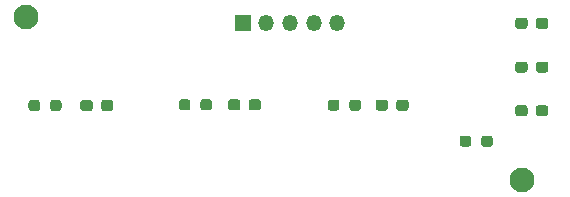
<source format=gbr>
%TF.GenerationSoftware,KiCad,Pcbnew,(5.1.10-1-10_14)*%
%TF.CreationDate,2021-06-08T22:52:33-04:00*%
%TF.ProjectId,TR109-lightboard,54523130-392d-46c6-9967-6874626f6172,rev?*%
%TF.SameCoordinates,Original*%
%TF.FileFunction,Soldermask,Top*%
%TF.FilePolarity,Negative*%
%FSLAX46Y46*%
G04 Gerber Fmt 4.6, Leading zero omitted, Abs format (unit mm)*
G04 Created by KiCad (PCBNEW (5.1.10-1-10_14)) date 2021-06-08 22:52:33*
%MOMM*%
%LPD*%
G01*
G04 APERTURE LIST*
%ADD10C,2.100000*%
%ADD11O,1.350000X1.350000*%
%ADD12R,1.350000X1.350000*%
G04 APERTURE END LIST*
D10*
%TO.C,REF\u002A\u002A*%
X169030000Y-108570000D03*
%TD*%
%TO.C,REF\u002A\u002A*%
X127040000Y-94780000D03*
%TD*%
D11*
%TO.C,J1*%
X153396704Y-95313500D03*
X151396704Y-95313500D03*
X149396704Y-95313500D03*
X147396704Y-95313500D03*
D12*
X145396704Y-95313500D03*
%TD*%
%TO.C,R4*%
G36*
G01*
X164735000Y-105062500D02*
X164735000Y-105537500D01*
G75*
G02*
X164497500Y-105775000I-237500J0D01*
G01*
X163997500Y-105775000D01*
G75*
G02*
X163760000Y-105537500I0J237500D01*
G01*
X163760000Y-105062500D01*
G75*
G02*
X163997500Y-104825000I237500J0D01*
G01*
X164497500Y-104825000D01*
G75*
G02*
X164735000Y-105062500I0J-237500D01*
G01*
G37*
G36*
G01*
X166560000Y-105062500D02*
X166560000Y-105537500D01*
G75*
G02*
X166322500Y-105775000I-237500J0D01*
G01*
X165822500Y-105775000D01*
G75*
G02*
X165585000Y-105537500I0J237500D01*
G01*
X165585000Y-105062500D01*
G75*
G02*
X165822500Y-104825000I237500J0D01*
G01*
X166322500Y-104825000D01*
G75*
G02*
X166560000Y-105062500I0J-237500D01*
G01*
G37*
%TD*%
%TO.C,R3*%
G36*
G01*
X154423300Y-102485200D02*
X154423300Y-102010200D01*
G75*
G02*
X154660800Y-101772700I237500J0D01*
G01*
X155160800Y-101772700D01*
G75*
G02*
X155398300Y-102010200I0J-237500D01*
G01*
X155398300Y-102485200D01*
G75*
G02*
X155160800Y-102722700I-237500J0D01*
G01*
X154660800Y-102722700D01*
G75*
G02*
X154423300Y-102485200I0J237500D01*
G01*
G37*
G36*
G01*
X152598300Y-102485200D02*
X152598300Y-102010200D01*
G75*
G02*
X152835800Y-101772700I237500J0D01*
G01*
X153335800Y-101772700D01*
G75*
G02*
X153573300Y-102010200I0J-237500D01*
G01*
X153573300Y-102485200D01*
G75*
G02*
X153335800Y-102722700I-237500J0D01*
G01*
X152835800Y-102722700D01*
G75*
G02*
X152598300Y-102485200I0J237500D01*
G01*
G37*
%TD*%
%TO.C,R2*%
G36*
G01*
X141814100Y-102447100D02*
X141814100Y-101972100D01*
G75*
G02*
X142051600Y-101734600I237500J0D01*
G01*
X142551600Y-101734600D01*
G75*
G02*
X142789100Y-101972100I0J-237500D01*
G01*
X142789100Y-102447100D01*
G75*
G02*
X142551600Y-102684600I-237500J0D01*
G01*
X142051600Y-102684600D01*
G75*
G02*
X141814100Y-102447100I0J237500D01*
G01*
G37*
G36*
G01*
X139989100Y-102447100D02*
X139989100Y-101972100D01*
G75*
G02*
X140226600Y-101734600I237500J0D01*
G01*
X140726600Y-101734600D01*
G75*
G02*
X140964100Y-101972100I0J-237500D01*
G01*
X140964100Y-102447100D01*
G75*
G02*
X140726600Y-102684600I-237500J0D01*
G01*
X140226600Y-102684600D01*
G75*
G02*
X139989100Y-102447100I0J237500D01*
G01*
G37*
%TD*%
%TO.C,R1*%
G36*
G01*
X129077900Y-102510600D02*
X129077900Y-102035600D01*
G75*
G02*
X129315400Y-101798100I237500J0D01*
G01*
X129815400Y-101798100D01*
G75*
G02*
X130052900Y-102035600I0J-237500D01*
G01*
X130052900Y-102510600D01*
G75*
G02*
X129815400Y-102748100I-237500J0D01*
G01*
X129315400Y-102748100D01*
G75*
G02*
X129077900Y-102510600I0J237500D01*
G01*
G37*
G36*
G01*
X127252900Y-102510600D02*
X127252900Y-102035600D01*
G75*
G02*
X127490400Y-101798100I237500J0D01*
G01*
X127990400Y-101798100D01*
G75*
G02*
X128227900Y-102035600I0J-237500D01*
G01*
X128227900Y-102510600D01*
G75*
G02*
X127990400Y-102748100I-237500J0D01*
G01*
X127490400Y-102748100D01*
G75*
G02*
X127252900Y-102510600I0J237500D01*
G01*
G37*
%TD*%
%TO.C,D6*%
G36*
G01*
X169512500Y-102480100D02*
X169512500Y-102955100D01*
G75*
G02*
X169275000Y-103192600I-237500J0D01*
G01*
X168700000Y-103192600D01*
G75*
G02*
X168462500Y-102955100I0J237500D01*
G01*
X168462500Y-102480100D01*
G75*
G02*
X168700000Y-102242600I237500J0D01*
G01*
X169275000Y-102242600D01*
G75*
G02*
X169512500Y-102480100I0J-237500D01*
G01*
G37*
G36*
G01*
X171262500Y-102480100D02*
X171262500Y-102955100D01*
G75*
G02*
X171025000Y-103192600I-237500J0D01*
G01*
X170450000Y-103192600D01*
G75*
G02*
X170212500Y-102955100I0J237500D01*
G01*
X170212500Y-102480100D01*
G75*
G02*
X170450000Y-102242600I237500J0D01*
G01*
X171025000Y-102242600D01*
G75*
G02*
X171262500Y-102480100I0J-237500D01*
G01*
G37*
%TD*%
%TO.C,D5*%
G36*
G01*
X169512500Y-98784400D02*
X169512500Y-99259400D01*
G75*
G02*
X169275000Y-99496900I-237500J0D01*
G01*
X168700000Y-99496900D01*
G75*
G02*
X168462500Y-99259400I0J237500D01*
G01*
X168462500Y-98784400D01*
G75*
G02*
X168700000Y-98546900I237500J0D01*
G01*
X169275000Y-98546900D01*
G75*
G02*
X169512500Y-98784400I0J-237500D01*
G01*
G37*
G36*
G01*
X171262500Y-98784400D02*
X171262500Y-99259400D01*
G75*
G02*
X171025000Y-99496900I-237500J0D01*
G01*
X170450000Y-99496900D01*
G75*
G02*
X170212500Y-99259400I0J237500D01*
G01*
X170212500Y-98784400D01*
G75*
G02*
X170450000Y-98546900I237500J0D01*
G01*
X171025000Y-98546900D01*
G75*
G02*
X171262500Y-98784400I0J-237500D01*
G01*
G37*
%TD*%
%TO.C,D4*%
G36*
G01*
X169512500Y-95076000D02*
X169512500Y-95551000D01*
G75*
G02*
X169275000Y-95788500I-237500J0D01*
G01*
X168700000Y-95788500D01*
G75*
G02*
X168462500Y-95551000I0J237500D01*
G01*
X168462500Y-95076000D01*
G75*
G02*
X168700000Y-94838500I237500J0D01*
G01*
X169275000Y-94838500D01*
G75*
G02*
X169512500Y-95076000I0J-237500D01*
G01*
G37*
G36*
G01*
X171262500Y-95076000D02*
X171262500Y-95551000D01*
G75*
G02*
X171025000Y-95788500I-237500J0D01*
G01*
X170450000Y-95788500D01*
G75*
G02*
X170212500Y-95551000I0J237500D01*
G01*
X170212500Y-95076000D01*
G75*
G02*
X170450000Y-94838500I237500J0D01*
G01*
X171025000Y-94838500D01*
G75*
G02*
X171262500Y-95076000I0J-237500D01*
G01*
G37*
%TD*%
%TO.C,D3*%
G36*
G01*
X158388800Y-102485200D02*
X158388800Y-102010200D01*
G75*
G02*
X158626300Y-101772700I237500J0D01*
G01*
X159201300Y-101772700D01*
G75*
G02*
X159438800Y-102010200I0J-237500D01*
G01*
X159438800Y-102485200D01*
G75*
G02*
X159201300Y-102722700I-237500J0D01*
G01*
X158626300Y-102722700D01*
G75*
G02*
X158388800Y-102485200I0J237500D01*
G01*
G37*
G36*
G01*
X156638800Y-102485200D02*
X156638800Y-102010200D01*
G75*
G02*
X156876300Y-101772700I237500J0D01*
G01*
X157451300Y-101772700D01*
G75*
G02*
X157688800Y-102010200I0J-237500D01*
G01*
X157688800Y-102485200D01*
G75*
G02*
X157451300Y-102722700I-237500J0D01*
G01*
X156876300Y-102722700D01*
G75*
G02*
X156638800Y-102485200I0J237500D01*
G01*
G37*
%TD*%
%TO.C,D2*%
G36*
G01*
X145892000Y-102447100D02*
X145892000Y-101972100D01*
G75*
G02*
X146129500Y-101734600I237500J0D01*
G01*
X146704500Y-101734600D01*
G75*
G02*
X146942000Y-101972100I0J-237500D01*
G01*
X146942000Y-102447100D01*
G75*
G02*
X146704500Y-102684600I-237500J0D01*
G01*
X146129500Y-102684600D01*
G75*
G02*
X145892000Y-102447100I0J237500D01*
G01*
G37*
G36*
G01*
X144142000Y-102447100D02*
X144142000Y-101972100D01*
G75*
G02*
X144379500Y-101734600I237500J0D01*
G01*
X144954500Y-101734600D01*
G75*
G02*
X145192000Y-101972100I0J-237500D01*
G01*
X145192000Y-102447100D01*
G75*
G02*
X144954500Y-102684600I-237500J0D01*
G01*
X144379500Y-102684600D01*
G75*
G02*
X144142000Y-102447100I0J237500D01*
G01*
G37*
%TD*%
%TO.C,D1*%
G36*
G01*
X133395200Y-102510600D02*
X133395200Y-102035600D01*
G75*
G02*
X133632700Y-101798100I237500J0D01*
G01*
X134207700Y-101798100D01*
G75*
G02*
X134445200Y-102035600I0J-237500D01*
G01*
X134445200Y-102510600D01*
G75*
G02*
X134207700Y-102748100I-237500J0D01*
G01*
X133632700Y-102748100D01*
G75*
G02*
X133395200Y-102510600I0J237500D01*
G01*
G37*
G36*
G01*
X131645200Y-102510600D02*
X131645200Y-102035600D01*
G75*
G02*
X131882700Y-101798100I237500J0D01*
G01*
X132457700Y-101798100D01*
G75*
G02*
X132695200Y-102035600I0J-237500D01*
G01*
X132695200Y-102510600D01*
G75*
G02*
X132457700Y-102748100I-237500J0D01*
G01*
X131882700Y-102748100D01*
G75*
G02*
X131645200Y-102510600I0J237500D01*
G01*
G37*
%TD*%
M02*

</source>
